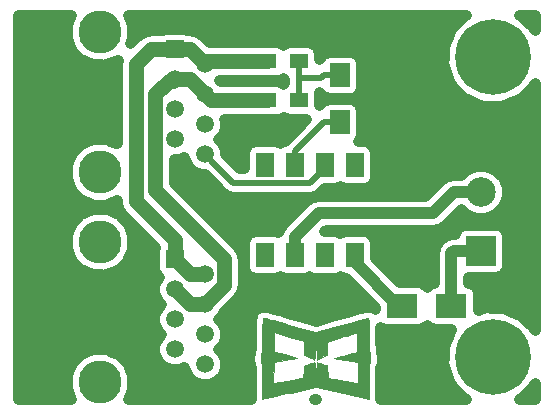
<source format=gtl>
G04 #@! TF.FileFunction,Copper,L1,Top,Signal*
%FSLAX46Y46*%
G04 Gerber Fmt 4.6, Leading zero omitted, Abs format (unit mm)*
G04 Created by KiCad (PCBNEW 4.0.4-stable) date Tue Nov 29 15:22:39 2016*
%MOMM*%
%LPD*%
G01*
G04 APERTURE LIST*
%ADD10C,0.100000*%
%ADD11C,0.010000*%
%ADD12C,3.649980*%
%ADD13R,1.501140X1.501140*%
%ADD14C,1.501140*%
%ADD15R,2.651760X2.029460*%
%ADD16R,1.500000X1.300000*%
%ADD17R,1.700000X2.000000*%
%ADD18R,1.524000X2.032000*%
%ADD19C,2.500000*%
%ADD20R,2.500000X2.500000*%
%ADD21C,6.400000*%
%ADD22C,0.508000*%
%ADD23C,1.000000*%
%ADD24C,1.270000*%
%ADD25C,0.889000*%
G04 APERTURE END LIST*
D10*
D11*
G36*
X136026123Y-109724014D02*
X136112465Y-109744488D01*
X136244361Y-109778705D01*
X136414118Y-109824612D01*
X136614043Y-109880152D01*
X136836445Y-109943272D01*
X136903373Y-109962506D01*
X137143885Y-110031818D01*
X137431780Y-110114782D01*
X137753424Y-110207470D01*
X138095182Y-110305951D01*
X138443419Y-110406298D01*
X138784502Y-110504581D01*
X139092637Y-110593368D01*
X140386450Y-110966168D01*
X140386450Y-112120084D01*
X140385819Y-112383575D01*
X140384024Y-112625824D01*
X140381209Y-112839794D01*
X140377521Y-113018450D01*
X140373105Y-113154756D01*
X140368106Y-113241675D01*
X140362670Y-113272172D01*
X140362637Y-113272171D01*
X140326538Y-113259187D01*
X140243636Y-113224768D01*
X140124987Y-113173637D01*
X139981652Y-113110514D01*
X139926075Y-113085737D01*
X139513325Y-112901131D01*
X139481575Y-111734415D01*
X138227450Y-111345593D01*
X137957233Y-111261984D01*
X137705862Y-111184527D01*
X137479807Y-111115192D01*
X137285538Y-111055950D01*
X137129528Y-111008771D01*
X137018245Y-110975624D01*
X136958162Y-110958481D01*
X136949512Y-110956511D01*
X136943156Y-110986806D01*
X136937440Y-111072312D01*
X136932600Y-111204739D01*
X136928872Y-111375799D01*
X136926494Y-111577204D01*
X136925700Y-111790539D01*
X136925700Y-112624828D01*
X137409887Y-112744251D01*
X137776237Y-112835377D01*
X138092864Y-112915740D01*
X138357875Y-112984821D01*
X138569376Y-113042100D01*
X138725471Y-113087060D01*
X138824267Y-113119183D01*
X138863869Y-113137948D01*
X138862122Y-113141817D01*
X138820648Y-113150214D01*
X138724503Y-113166900D01*
X138581786Y-113190556D01*
X138400595Y-113219864D01*
X138189030Y-113253505D01*
X137955188Y-113290160D01*
X137863880Y-113304341D01*
X136909825Y-113452136D01*
X136892973Y-115275704D01*
X136964899Y-115259971D01*
X137012148Y-115250925D01*
X137111781Y-115232762D01*
X137255523Y-115206939D01*
X137435099Y-115174913D01*
X137642234Y-115138140D01*
X137868655Y-115098078D01*
X138106085Y-115056183D01*
X138346251Y-115013911D01*
X138580877Y-114972719D01*
X138801689Y-114934064D01*
X139000413Y-114899402D01*
X139168774Y-114870190D01*
X139298496Y-114847885D01*
X139381306Y-114833943D01*
X139408830Y-114829750D01*
X139415605Y-114799777D01*
X139423932Y-114716882D01*
X139433014Y-114591597D01*
X139442055Y-114434459D01*
X139447817Y-114313812D01*
X139456710Y-114139005D01*
X139466721Y-113986990D01*
X139476937Y-113868864D01*
X139486444Y-113795727D01*
X139491922Y-113777457D01*
X139528961Y-113760943D01*
X139614508Y-113730690D01*
X139736155Y-113690881D01*
X139881492Y-113645698D01*
X139894325Y-113641809D01*
X140044972Y-113596208D01*
X140176985Y-113556176D01*
X140276529Y-113525914D01*
X140329766Y-113509623D01*
X140330887Y-113509274D01*
X140345958Y-113507847D01*
X140358036Y-113518077D01*
X140367449Y-113546149D01*
X140374528Y-113598250D01*
X140379601Y-113680565D01*
X140382998Y-113799280D01*
X140385049Y-113960580D01*
X140386083Y-114170651D01*
X140386430Y-114435679D01*
X140386450Y-114552434D01*
X140386449Y-115612898D01*
X138346512Y-116065613D01*
X137990967Y-116144538D01*
X137649560Y-116220365D01*
X137328037Y-116291815D01*
X137032140Y-116357610D01*
X136767613Y-116416472D01*
X136540201Y-116467121D01*
X136355647Y-116508281D01*
X136219694Y-116538673D01*
X136138088Y-116557018D01*
X136124012Y-116560223D01*
X135941450Y-116602118D01*
X135941450Y-115098948D01*
X135941386Y-114751295D01*
X135941046Y-114461742D01*
X135940204Y-114224893D01*
X135938635Y-114035347D01*
X135936115Y-113887705D01*
X135932417Y-113776570D01*
X135927318Y-113696543D01*
X135920591Y-113642223D01*
X135912013Y-113608214D01*
X135901357Y-113589116D01*
X135888399Y-113579530D01*
X135877950Y-113575625D01*
X135851120Y-113562642D01*
X135833115Y-113536519D01*
X135822194Y-113486191D01*
X135816614Y-113400593D01*
X135814635Y-113268660D01*
X135814449Y-113172173D01*
X135816036Y-113001672D01*
X135821591Y-112884266D01*
X135832306Y-112809611D01*
X135849371Y-112767360D01*
X135862650Y-112753625D01*
X135874215Y-112737727D01*
X135884299Y-112704707D01*
X135893181Y-112649375D01*
X135901139Y-112566542D01*
X135908451Y-112451018D01*
X135915394Y-112297615D01*
X135922248Y-112101142D01*
X135929291Y-111856411D01*
X135936799Y-111558231D01*
X135944491Y-111226304D01*
X135951592Y-110924703D01*
X135958806Y-110642888D01*
X135965932Y-110387140D01*
X135972767Y-110163741D01*
X135979110Y-109978973D01*
X135984758Y-109839116D01*
X135989508Y-109750453D01*
X135993026Y-109719339D01*
X136026123Y-109724014D01*
X136026123Y-109724014D01*
G37*
X136026123Y-109724014D02*
X136112465Y-109744488D01*
X136244361Y-109778705D01*
X136414118Y-109824612D01*
X136614043Y-109880152D01*
X136836445Y-109943272D01*
X136903373Y-109962506D01*
X137143885Y-110031818D01*
X137431780Y-110114782D01*
X137753424Y-110207470D01*
X138095182Y-110305951D01*
X138443419Y-110406298D01*
X138784502Y-110504581D01*
X139092637Y-110593368D01*
X140386450Y-110966168D01*
X140386450Y-112120084D01*
X140385819Y-112383575D01*
X140384024Y-112625824D01*
X140381209Y-112839794D01*
X140377521Y-113018450D01*
X140373105Y-113154756D01*
X140368106Y-113241675D01*
X140362670Y-113272172D01*
X140362637Y-113272171D01*
X140326538Y-113259187D01*
X140243636Y-113224768D01*
X140124987Y-113173637D01*
X139981652Y-113110514D01*
X139926075Y-113085737D01*
X139513325Y-112901131D01*
X139481575Y-111734415D01*
X138227450Y-111345593D01*
X137957233Y-111261984D01*
X137705862Y-111184527D01*
X137479807Y-111115192D01*
X137285538Y-111055950D01*
X137129528Y-111008771D01*
X137018245Y-110975624D01*
X136958162Y-110958481D01*
X136949512Y-110956511D01*
X136943156Y-110986806D01*
X136937440Y-111072312D01*
X136932600Y-111204739D01*
X136928872Y-111375799D01*
X136926494Y-111577204D01*
X136925700Y-111790539D01*
X136925700Y-112624828D01*
X137409887Y-112744251D01*
X137776237Y-112835377D01*
X138092864Y-112915740D01*
X138357875Y-112984821D01*
X138569376Y-113042100D01*
X138725471Y-113087060D01*
X138824267Y-113119183D01*
X138863869Y-113137948D01*
X138862122Y-113141817D01*
X138820648Y-113150214D01*
X138724503Y-113166900D01*
X138581786Y-113190556D01*
X138400595Y-113219864D01*
X138189030Y-113253505D01*
X137955188Y-113290160D01*
X137863880Y-113304341D01*
X136909825Y-113452136D01*
X136892973Y-115275704D01*
X136964899Y-115259971D01*
X137012148Y-115250925D01*
X137111781Y-115232762D01*
X137255523Y-115206939D01*
X137435099Y-115174913D01*
X137642234Y-115138140D01*
X137868655Y-115098078D01*
X138106085Y-115056183D01*
X138346251Y-115013911D01*
X138580877Y-114972719D01*
X138801689Y-114934064D01*
X139000413Y-114899402D01*
X139168774Y-114870190D01*
X139298496Y-114847885D01*
X139381306Y-114833943D01*
X139408830Y-114829750D01*
X139415605Y-114799777D01*
X139423932Y-114716882D01*
X139433014Y-114591597D01*
X139442055Y-114434459D01*
X139447817Y-114313812D01*
X139456710Y-114139005D01*
X139466721Y-113986990D01*
X139476937Y-113868864D01*
X139486444Y-113795727D01*
X139491922Y-113777457D01*
X139528961Y-113760943D01*
X139614508Y-113730690D01*
X139736155Y-113690881D01*
X139881492Y-113645698D01*
X139894325Y-113641809D01*
X140044972Y-113596208D01*
X140176985Y-113556176D01*
X140276529Y-113525914D01*
X140329766Y-113509623D01*
X140330887Y-113509274D01*
X140345958Y-113507847D01*
X140358036Y-113518077D01*
X140367449Y-113546149D01*
X140374528Y-113598250D01*
X140379601Y-113680565D01*
X140382998Y-113799280D01*
X140385049Y-113960580D01*
X140386083Y-114170651D01*
X140386430Y-114435679D01*
X140386450Y-114552434D01*
X140386449Y-115612898D01*
X138346512Y-116065613D01*
X137990967Y-116144538D01*
X137649560Y-116220365D01*
X137328037Y-116291815D01*
X137032140Y-116357610D01*
X136767613Y-116416472D01*
X136540201Y-116467121D01*
X136355647Y-116508281D01*
X136219694Y-116538673D01*
X136138088Y-116557018D01*
X136124012Y-116560223D01*
X135941450Y-116602118D01*
X135941450Y-115098948D01*
X135941386Y-114751295D01*
X135941046Y-114461742D01*
X135940204Y-114224893D01*
X135938635Y-114035347D01*
X135936115Y-113887705D01*
X135932417Y-113776570D01*
X135927318Y-113696543D01*
X135920591Y-113642223D01*
X135912013Y-113608214D01*
X135901357Y-113589116D01*
X135888399Y-113579530D01*
X135877950Y-113575625D01*
X135851120Y-113562642D01*
X135833115Y-113536519D01*
X135822194Y-113486191D01*
X135816614Y-113400593D01*
X135814635Y-113268660D01*
X135814449Y-113172173D01*
X135816036Y-113001672D01*
X135821591Y-112884266D01*
X135832306Y-112809611D01*
X135849371Y-112767360D01*
X135862650Y-112753625D01*
X135874215Y-112737727D01*
X135884299Y-112704707D01*
X135893181Y-112649375D01*
X135901139Y-112566542D01*
X135908451Y-112451018D01*
X135915394Y-112297615D01*
X135922248Y-112101142D01*
X135929291Y-111856411D01*
X135936799Y-111558231D01*
X135944491Y-111226304D01*
X135951592Y-110924703D01*
X135958806Y-110642888D01*
X135965932Y-110387140D01*
X135972767Y-110163741D01*
X135979110Y-109978973D01*
X135984758Y-109839116D01*
X135989508Y-109750453D01*
X135993026Y-109719339D01*
X136026123Y-109724014D01*
G36*
X144931229Y-109729596D02*
X144934930Y-109763394D01*
X144939697Y-109854397D01*
X144945329Y-109996321D01*
X144951627Y-110182884D01*
X144958390Y-110407801D01*
X144965418Y-110664790D01*
X144972512Y-110947569D01*
X144979169Y-111236104D01*
X144987192Y-111588422D01*
X144994502Y-111882467D01*
X145001378Y-112123456D01*
X145008098Y-112316610D01*
X145014942Y-112467146D01*
X145022188Y-112580283D01*
X145030117Y-112661240D01*
X145039007Y-112715236D01*
X145049137Y-112747489D01*
X145060786Y-112763218D01*
X145060850Y-112763265D01*
X145082313Y-112791179D01*
X145096680Y-112844721D01*
X145105167Y-112934349D01*
X145108989Y-113070518D01*
X145109550Y-113182173D01*
X145108801Y-113344392D01*
X145105402Y-113454175D01*
X145097620Y-113522579D01*
X145083722Y-113560662D01*
X145061975Y-113579481D01*
X145046356Y-113585527D01*
X145031710Y-113591817D01*
X145019480Y-113604172D01*
X145009412Y-113627998D01*
X145001251Y-113668702D01*
X144994743Y-113731689D01*
X144989634Y-113822365D01*
X144985670Y-113946136D01*
X144982596Y-114108407D01*
X144980157Y-114314586D01*
X144978101Y-114570077D01*
X144976171Y-114880287D01*
X144974919Y-115104096D01*
X144966675Y-116602607D01*
X142752112Y-116113214D01*
X140537549Y-115623822D01*
X140537550Y-114562896D01*
X140537721Y-114275226D01*
X140538453Y-114044871D01*
X140540077Y-113865647D01*
X140542921Y-113731367D01*
X140547314Y-113635848D01*
X140553587Y-113572904D01*
X140562067Y-113536351D01*
X140573084Y-113520004D01*
X140586968Y-113517679D01*
X140593112Y-113519200D01*
X140643874Y-113534662D01*
X140741607Y-113564209D01*
X140872465Y-113603660D01*
X141022601Y-113648836D01*
X141029675Y-113650963D01*
X141176473Y-113696212D01*
X141300600Y-113736580D01*
X141389636Y-113767880D01*
X141431159Y-113785920D01*
X141432077Y-113786685D01*
X141440611Y-113824059D01*
X141450459Y-113913774D01*
X141460709Y-114044711D01*
X141470448Y-114205750D01*
X141476182Y-114323812D01*
X141485040Y-114496705D01*
X141495020Y-114644961D01*
X141505219Y-114758044D01*
X141514734Y-114825418D01*
X141520393Y-114839750D01*
X141555710Y-114845079D01*
X141645234Y-114860092D01*
X141780655Y-114883324D01*
X141953668Y-114913310D01*
X142155962Y-114948587D01*
X142379232Y-114987690D01*
X142615169Y-115029155D01*
X142855465Y-115071518D01*
X143091813Y-115113315D01*
X143315904Y-115153081D01*
X143519431Y-115189353D01*
X143694086Y-115220665D01*
X143831562Y-115245554D01*
X143923550Y-115262556D01*
X143959100Y-115269560D01*
X144031026Y-115285704D01*
X144022600Y-114372695D01*
X144014175Y-113459686D01*
X143058260Y-113312496D01*
X142818061Y-113275271D01*
X142597235Y-113240591D01*
X142403846Y-113209759D01*
X142245964Y-113184076D01*
X142131654Y-113164848D01*
X142068984Y-113153375D01*
X142060381Y-113151318D01*
X142079272Y-113140468D01*
X142151901Y-113116402D01*
X142270388Y-113081241D01*
X142426851Y-113037108D01*
X142613409Y-112986124D01*
X142822180Y-112930410D01*
X143045283Y-112872088D01*
X143274837Y-112813281D01*
X143502961Y-112756108D01*
X143721774Y-112702693D01*
X143768112Y-112691601D01*
X143998300Y-112636723D01*
X143998300Y-111801486D01*
X143997434Y-111578686D01*
X143994994Y-111378299D01*
X143991217Y-111208609D01*
X143986338Y-111077902D01*
X143980594Y-110994459D01*
X143974487Y-110966511D01*
X143939982Y-110975677D01*
X143851317Y-111001748D01*
X143714964Y-111042753D01*
X143537393Y-111096721D01*
X143325076Y-111161684D01*
X143084482Y-111235670D01*
X142822083Y-111316709D01*
X142696550Y-111355593D01*
X141442425Y-111744415D01*
X141410675Y-112911131D01*
X140997925Y-113095737D01*
X140848402Y-113162022D01*
X140719582Y-113218020D01*
X140622522Y-113259006D01*
X140568281Y-113280260D01*
X140561362Y-113282171D01*
X140555923Y-113252025D01*
X140550921Y-113165415D01*
X140546501Y-113029378D01*
X140542809Y-112850950D01*
X140539989Y-112637166D01*
X140538187Y-112395064D01*
X140537550Y-112131678D01*
X140537550Y-110976221D01*
X142053612Y-110539791D01*
X142381209Y-110445474D01*
X142714048Y-110349626D01*
X143042350Y-110255065D01*
X143356335Y-110164609D01*
X143646221Y-110081076D01*
X143902229Y-110007283D01*
X144114579Y-109946048D01*
X144242973Y-109909000D01*
X144439211Y-109853186D01*
X144614278Y-109804986D01*
X144759245Y-109766727D01*
X144865183Y-109740736D01*
X144923164Y-109729342D01*
X144931229Y-109729596D01*
X144931229Y-109729596D01*
G37*
X144931229Y-109729596D02*
X144934930Y-109763394D01*
X144939697Y-109854397D01*
X144945329Y-109996321D01*
X144951627Y-110182884D01*
X144958390Y-110407801D01*
X144965418Y-110664790D01*
X144972512Y-110947569D01*
X144979169Y-111236104D01*
X144987192Y-111588422D01*
X144994502Y-111882467D01*
X145001378Y-112123456D01*
X145008098Y-112316610D01*
X145014942Y-112467146D01*
X145022188Y-112580283D01*
X145030117Y-112661240D01*
X145039007Y-112715236D01*
X145049137Y-112747489D01*
X145060786Y-112763218D01*
X145060850Y-112763265D01*
X145082313Y-112791179D01*
X145096680Y-112844721D01*
X145105167Y-112934349D01*
X145108989Y-113070518D01*
X145109550Y-113182173D01*
X145108801Y-113344392D01*
X145105402Y-113454175D01*
X145097620Y-113522579D01*
X145083722Y-113560662D01*
X145061975Y-113579481D01*
X145046356Y-113585527D01*
X145031710Y-113591817D01*
X145019480Y-113604172D01*
X145009412Y-113627998D01*
X145001251Y-113668702D01*
X144994743Y-113731689D01*
X144989634Y-113822365D01*
X144985670Y-113946136D01*
X144982596Y-114108407D01*
X144980157Y-114314586D01*
X144978101Y-114570077D01*
X144976171Y-114880287D01*
X144974919Y-115104096D01*
X144966675Y-116602607D01*
X142752112Y-116113214D01*
X140537549Y-115623822D01*
X140537550Y-114562896D01*
X140537721Y-114275226D01*
X140538453Y-114044871D01*
X140540077Y-113865647D01*
X140542921Y-113731367D01*
X140547314Y-113635848D01*
X140553587Y-113572904D01*
X140562067Y-113536351D01*
X140573084Y-113520004D01*
X140586968Y-113517679D01*
X140593112Y-113519200D01*
X140643874Y-113534662D01*
X140741607Y-113564209D01*
X140872465Y-113603660D01*
X141022601Y-113648836D01*
X141029675Y-113650963D01*
X141176473Y-113696212D01*
X141300600Y-113736580D01*
X141389636Y-113767880D01*
X141431159Y-113785920D01*
X141432077Y-113786685D01*
X141440611Y-113824059D01*
X141450459Y-113913774D01*
X141460709Y-114044711D01*
X141470448Y-114205750D01*
X141476182Y-114323812D01*
X141485040Y-114496705D01*
X141495020Y-114644961D01*
X141505219Y-114758044D01*
X141514734Y-114825418D01*
X141520393Y-114839750D01*
X141555710Y-114845079D01*
X141645234Y-114860092D01*
X141780655Y-114883324D01*
X141953668Y-114913310D01*
X142155962Y-114948587D01*
X142379232Y-114987690D01*
X142615169Y-115029155D01*
X142855465Y-115071518D01*
X143091813Y-115113315D01*
X143315904Y-115153081D01*
X143519431Y-115189353D01*
X143694086Y-115220665D01*
X143831562Y-115245554D01*
X143923550Y-115262556D01*
X143959100Y-115269560D01*
X144031026Y-115285704D01*
X144022600Y-114372695D01*
X144014175Y-113459686D01*
X143058260Y-113312496D01*
X142818061Y-113275271D01*
X142597235Y-113240591D01*
X142403846Y-113209759D01*
X142245964Y-113184076D01*
X142131654Y-113164848D01*
X142068984Y-113153375D01*
X142060381Y-113151318D01*
X142079272Y-113140468D01*
X142151901Y-113116402D01*
X142270388Y-113081241D01*
X142426851Y-113037108D01*
X142613409Y-112986124D01*
X142822180Y-112930410D01*
X143045283Y-112872088D01*
X143274837Y-112813281D01*
X143502961Y-112756108D01*
X143721774Y-112702693D01*
X143768112Y-112691601D01*
X143998300Y-112636723D01*
X143998300Y-111801486D01*
X143997434Y-111578686D01*
X143994994Y-111378299D01*
X143991217Y-111208609D01*
X143986338Y-111077902D01*
X143980594Y-110994459D01*
X143974487Y-110966511D01*
X143939982Y-110975677D01*
X143851317Y-111001748D01*
X143714964Y-111042753D01*
X143537393Y-111096721D01*
X143325076Y-111161684D01*
X143084482Y-111235670D01*
X142822083Y-111316709D01*
X142696550Y-111355593D01*
X141442425Y-111744415D01*
X141410675Y-112911131D01*
X140997925Y-113095737D01*
X140848402Y-113162022D01*
X140719582Y-113218020D01*
X140622522Y-113259006D01*
X140568281Y-113280260D01*
X140561362Y-113282171D01*
X140555923Y-113252025D01*
X140550921Y-113165415D01*
X140546501Y-113029378D01*
X140542809Y-112850950D01*
X140539989Y-112637166D01*
X140538187Y-112395064D01*
X140537550Y-112131678D01*
X140537550Y-110976221D01*
X142053612Y-110539791D01*
X142381209Y-110445474D01*
X142714048Y-110349626D01*
X143042350Y-110255065D01*
X143356335Y-110164609D01*
X143646221Y-110081076D01*
X143902229Y-110007283D01*
X144114579Y-109946048D01*
X144242973Y-109909000D01*
X144439211Y-109853186D01*
X144614278Y-109804986D01*
X144759245Y-109766727D01*
X144865183Y-109740736D01*
X144923164Y-109729342D01*
X144931229Y-109729596D01*
D12*
X122174000Y-97378520D03*
X122174000Y-85509100D03*
D13*
X128524000Y-86995000D03*
D14*
X131064000Y-88265000D03*
X128524000Y-89535000D03*
X131064000Y-90805000D03*
X128524000Y-92075000D03*
X131064000Y-93345000D03*
X128524000Y-94615000D03*
X131064000Y-95885000D03*
D15*
X147774660Y-108712000D03*
X151945340Y-108712000D03*
D12*
X122174000Y-115158520D03*
X122174000Y-103289100D03*
D13*
X128524000Y-104775000D03*
D14*
X131064000Y-106045000D03*
X128524000Y-107315000D03*
X131064000Y-108585000D03*
X128524000Y-109855000D03*
X131064000Y-111125000D03*
X128524000Y-112395000D03*
X131064000Y-113665000D03*
D16*
X136318000Y-88011000D03*
X139018000Y-88011000D03*
X136365000Y-91313000D03*
X139065000Y-91313000D03*
D17*
X142494000Y-93186000D03*
X142494000Y-89186000D03*
D18*
X143764000Y-96774000D03*
X141224000Y-96774000D03*
X138684000Y-96774000D03*
X136144000Y-96774000D03*
X136144000Y-104394000D03*
X138684000Y-104394000D03*
X141224000Y-104394000D03*
X143764000Y-104394000D03*
D19*
X154432000Y-99060000D03*
D20*
X154432000Y-104060000D03*
D21*
X155448000Y-87630000D03*
X155448000Y-113030000D03*
D22*
X143764000Y-104394000D02*
X143764000Y-105012490D01*
D23*
X143764000Y-105012490D02*
X147463510Y-108712000D01*
D22*
X147463510Y-108712000D02*
X147774660Y-108712000D01*
X143764000Y-104394000D02*
X143764000Y-104447340D01*
D23*
X152146000Y-104060000D02*
X154432000Y-104060000D01*
X151945340Y-108712000D02*
X151945340Y-104260660D01*
X151945340Y-104260660D02*
X152146000Y-104060000D01*
D22*
X139018000Y-88138000D02*
X139018000Y-89408000D01*
X139018000Y-89408000D02*
X139018000Y-90932000D01*
X142494000Y-89186000D02*
X141136000Y-89186000D01*
X141136000Y-89186000D02*
X140914000Y-89408000D01*
X140914000Y-89408000D02*
X139018000Y-89408000D01*
D23*
X138684000Y-104140000D02*
X138684000Y-102870000D01*
X138684000Y-102870000D02*
X140716000Y-100838000D01*
X140716000Y-100838000D02*
X150368000Y-100838000D01*
X150368000Y-100838000D02*
X152146000Y-99060000D01*
X152146000Y-99060000D02*
X154432000Y-99060000D01*
D22*
X138684000Y-104394000D02*
X138684000Y-104140000D01*
X142494000Y-93186000D02*
X141136000Y-93186000D01*
X138684000Y-95638000D02*
X138684000Y-96774000D01*
X141136000Y-93186000D02*
X138684000Y-95638000D01*
X142494000Y-93186000D02*
X142494000Y-93336000D01*
D24*
X128524000Y-104775000D02*
X128524000Y-103124000D01*
X128524000Y-103124000D02*
X125222000Y-99822000D01*
X125222000Y-99822000D02*
X125222000Y-88276430D01*
X125222000Y-88276430D02*
X126503430Y-86995000D01*
X126503430Y-86995000D02*
X128524000Y-86995000D01*
X128524000Y-86995000D02*
X129794000Y-86995000D01*
X129794000Y-86995000D02*
X131064000Y-88265000D01*
X131064000Y-106045000D02*
X129794000Y-106045000D01*
X129794000Y-106045000D02*
X128524000Y-104775000D01*
X136318000Y-88011000D02*
X131318000Y-88011000D01*
X131318000Y-88011000D02*
X131064000Y-88265000D01*
D22*
X136191000Y-88265000D02*
X136318000Y-88138000D01*
D24*
X131064000Y-108585000D02*
X132703571Y-106945429D01*
X132703571Y-106945429D02*
X132703571Y-104767295D01*
X127508000Y-99568000D02*
X126884429Y-98944429D01*
X132703571Y-104767295D02*
X127508000Y-99571724D01*
X126884429Y-98944429D02*
X126884429Y-90793571D01*
X127508000Y-99571724D02*
X127508000Y-99568000D01*
X126884429Y-90793571D02*
X128016000Y-89662000D01*
X128016000Y-89662000D02*
X128397000Y-89662000D01*
X128397000Y-89662000D02*
X128524000Y-89535000D01*
X128524000Y-89535000D02*
X129794000Y-89535000D01*
X129794000Y-89535000D02*
X131064000Y-90805000D01*
X131064000Y-108585000D02*
X129794000Y-108585000D01*
X129794000Y-108585000D02*
X128524000Y-107315000D01*
X136365000Y-91313000D02*
X131572000Y-91313000D01*
X131572000Y-91313000D02*
X131064000Y-90805000D01*
D22*
X141224000Y-96774000D02*
X141224000Y-97028000D01*
X141224000Y-97028000D02*
X139953999Y-98298001D01*
X139953999Y-98298001D02*
X133477001Y-98298001D01*
X133477001Y-98298001D02*
X131814569Y-96635569D01*
X131814569Y-96635569D02*
X131064000Y-95885000D01*
D25*
G36*
X140515269Y-116599500D02*
X140360287Y-116599500D01*
X140437614Y-116582339D01*
X140515269Y-116599500D01*
X140515269Y-116599500D01*
G37*
X140515269Y-116599500D02*
X140360287Y-116599500D01*
X140437614Y-116582339D01*
X140515269Y-116599500D01*
G36*
X159017500Y-116599500D02*
X157724355Y-116599500D01*
X157791258Y-116554797D01*
X157797129Y-116552371D01*
X157801664Y-116547843D01*
X157884944Y-116492198D01*
X157922735Y-116426984D01*
X158848823Y-115502510D01*
X158910198Y-115466944D01*
X158930606Y-115420869D01*
X158966265Y-115385273D01*
X159017500Y-115261885D01*
X159017500Y-116599500D01*
X159017500Y-116599500D01*
G37*
X159017500Y-116599500D02*
X157724355Y-116599500D01*
X157791258Y-116554797D01*
X157797129Y-116552371D01*
X157801664Y-116547843D01*
X157884944Y-116492198D01*
X157922735Y-116426984D01*
X158848823Y-115502510D01*
X158910198Y-115466944D01*
X158930606Y-115420869D01*
X158966265Y-115385273D01*
X159017500Y-115261885D01*
X159017500Y-116599500D01*
G36*
X149923325Y-110403892D02*
X150241624Y-110621376D01*
X150619460Y-110697890D01*
X151920117Y-110697890D01*
X151631629Y-111392647D01*
X151316768Y-112103484D01*
X151315545Y-112153860D01*
X151296223Y-112200393D01*
X151295544Y-112977753D01*
X151276677Y-113754965D01*
X151294825Y-113801974D01*
X151294781Y-113852359D01*
X151591640Y-114570814D01*
X151871632Y-115296076D01*
X151923203Y-115373258D01*
X151925629Y-115379129D01*
X151930157Y-115383664D01*
X151985802Y-115466944D01*
X152051016Y-115504735D01*
X152975490Y-116430823D01*
X153011056Y-116492198D01*
X153057131Y-116512606D01*
X153092727Y-116548265D01*
X153216115Y-116599500D01*
X145924207Y-116599500D01*
X145932405Y-115109363D01*
X145932405Y-115109360D01*
X145933656Y-114885643D01*
X145933656Y-114885642D01*
X145935575Y-114577166D01*
X145937611Y-114324098D01*
X145939989Y-114123105D01*
X145942725Y-113978679D01*
X145954375Y-113936321D01*
X145983197Y-113888916D01*
X145997095Y-113850833D01*
X146014438Y-113738794D01*
X146048983Y-113630811D01*
X146056765Y-113562407D01*
X146053456Y-113522662D01*
X146062443Y-113483806D01*
X146065842Y-113374023D01*
X146063731Y-113361378D01*
X146066291Y-113348813D01*
X146067040Y-113186594D01*
X146066144Y-113181978D01*
X146067038Y-113177362D01*
X146066477Y-113065707D01*
X146064233Y-113054714D01*
X146066112Y-113043654D01*
X146062290Y-112907484D01*
X146055128Y-112876105D01*
X146058403Y-112844086D01*
X146049916Y-112754458D01*
X146026774Y-112677123D01*
X146021466Y-112596572D01*
X146007099Y-112543030D01*
X146006962Y-112542753D01*
X146006942Y-112542446D01*
X145975101Y-112478040D01*
X145971052Y-112414815D01*
X145964841Y-112278211D01*
X145958401Y-112093087D01*
X145951664Y-111856973D01*
X145944426Y-111565835D01*
X145936421Y-111214305D01*
X145936389Y-111214162D01*
X145936414Y-111214019D01*
X145929757Y-110925484D01*
X145929543Y-110924526D01*
X145929711Y-110923556D01*
X145922617Y-110640777D01*
X145922375Y-110639700D01*
X145922560Y-110638614D01*
X145919254Y-110517731D01*
X146070944Y-110621376D01*
X146448780Y-110697890D01*
X149100540Y-110697890D01*
X149453515Y-110631473D01*
X149777702Y-110422865D01*
X149858985Y-110303904D01*
X149923325Y-110403892D01*
X149923325Y-110403892D01*
G37*
X149923325Y-110403892D02*
X150241624Y-110621376D01*
X150619460Y-110697890D01*
X151920117Y-110697890D01*
X151631629Y-111392647D01*
X151316768Y-112103484D01*
X151315545Y-112153860D01*
X151296223Y-112200393D01*
X151295544Y-112977753D01*
X151276677Y-113754965D01*
X151294825Y-113801974D01*
X151294781Y-113852359D01*
X151591640Y-114570814D01*
X151871632Y-115296076D01*
X151923203Y-115373258D01*
X151925629Y-115379129D01*
X151930157Y-115383664D01*
X151985802Y-115466944D01*
X152051016Y-115504735D01*
X152975490Y-116430823D01*
X153011056Y-116492198D01*
X153057131Y-116512606D01*
X153092727Y-116548265D01*
X153216115Y-116599500D01*
X145924207Y-116599500D01*
X145932405Y-115109363D01*
X145932405Y-115109360D01*
X145933656Y-114885643D01*
X145933656Y-114885642D01*
X145935575Y-114577166D01*
X145937611Y-114324098D01*
X145939989Y-114123105D01*
X145942725Y-113978679D01*
X145954375Y-113936321D01*
X145983197Y-113888916D01*
X145997095Y-113850833D01*
X146014438Y-113738794D01*
X146048983Y-113630811D01*
X146056765Y-113562407D01*
X146053456Y-113522662D01*
X146062443Y-113483806D01*
X146065842Y-113374023D01*
X146063731Y-113361378D01*
X146066291Y-113348813D01*
X146067040Y-113186594D01*
X146066144Y-113181978D01*
X146067038Y-113177362D01*
X146066477Y-113065707D01*
X146064233Y-113054714D01*
X146066112Y-113043654D01*
X146062290Y-112907484D01*
X146055128Y-112876105D01*
X146058403Y-112844086D01*
X146049916Y-112754458D01*
X146026774Y-112677123D01*
X146021466Y-112596572D01*
X146007099Y-112543030D01*
X146006962Y-112542753D01*
X146006942Y-112542446D01*
X145975101Y-112478040D01*
X145971052Y-112414815D01*
X145964841Y-112278211D01*
X145958401Y-112093087D01*
X145951664Y-111856973D01*
X145944426Y-111565835D01*
X145936421Y-111214305D01*
X145936389Y-111214162D01*
X145936414Y-111214019D01*
X145929757Y-110925484D01*
X145929543Y-110924526D01*
X145929711Y-110923556D01*
X145922617Y-110640777D01*
X145922375Y-110639700D01*
X145922560Y-110638614D01*
X145919254Y-110517731D01*
X146070944Y-110621376D01*
X146448780Y-110697890D01*
X149100540Y-110697890D01*
X149453515Y-110631473D01*
X149777702Y-110422865D01*
X149858985Y-110303904D01*
X149923325Y-110403892D01*
G36*
X119617378Y-84423454D02*
X119406210Y-84909916D01*
X119405822Y-84932936D01*
X119396993Y-84954199D01*
X119396530Y-85484495D01*
X119387598Y-86014714D01*
X119396049Y-86036130D01*
X119396029Y-86059153D01*
X119598528Y-86549237D01*
X119793190Y-87042536D01*
X119817206Y-87078479D01*
X119817986Y-87080366D01*
X119819441Y-87081823D01*
X119846193Y-87121861D01*
X119867882Y-87130349D01*
X120553521Y-87817186D01*
X120561239Y-87836907D01*
X120582360Y-87846075D01*
X120598624Y-87862368D01*
X121088354Y-88065722D01*
X121574816Y-88276890D01*
X121597836Y-88277278D01*
X121619099Y-88286107D01*
X122149395Y-88286570D01*
X122679614Y-88295502D01*
X122701030Y-88287051D01*
X122724053Y-88287071D01*
X123214137Y-88084572D01*
X123707436Y-87889910D01*
X123711989Y-87886868D01*
X123634500Y-88276430D01*
X123634500Y-94977551D01*
X123259646Y-94821898D01*
X122773184Y-94610730D01*
X122750164Y-94610342D01*
X122728901Y-94601513D01*
X122198605Y-94601050D01*
X121668386Y-94592118D01*
X121646970Y-94600569D01*
X121623947Y-94600549D01*
X121133863Y-94803048D01*
X120640564Y-94997710D01*
X120604621Y-95021726D01*
X120602734Y-95022506D01*
X120601277Y-95023961D01*
X120561239Y-95050713D01*
X120552751Y-95072402D01*
X119865914Y-95758041D01*
X119846193Y-95765759D01*
X119837025Y-95786880D01*
X119820732Y-95803144D01*
X119617378Y-96292874D01*
X119406210Y-96779336D01*
X119405822Y-96802356D01*
X119396993Y-96823619D01*
X119396530Y-97353915D01*
X119387598Y-97884134D01*
X119396049Y-97905550D01*
X119396029Y-97928573D01*
X119598528Y-98418657D01*
X119793190Y-98911956D01*
X119817206Y-98947899D01*
X119817986Y-98949786D01*
X119819441Y-98951243D01*
X119846193Y-98991281D01*
X119867882Y-98999769D01*
X120553521Y-99686606D01*
X120561239Y-99706327D01*
X120582360Y-99715495D01*
X120598624Y-99731788D01*
X121088354Y-99935142D01*
X121574816Y-100146310D01*
X121597836Y-100146698D01*
X121619099Y-100155527D01*
X122149395Y-100155990D01*
X122679614Y-100164922D01*
X122701030Y-100156471D01*
X122724053Y-100156491D01*
X123214137Y-99953992D01*
X123634500Y-99788111D01*
X123634500Y-99822000D01*
X123755341Y-100429510D01*
X124099468Y-100944532D01*
X126865774Y-103710838D01*
X126802270Y-104024430D01*
X126802270Y-105525570D01*
X126868687Y-105878545D01*
X127077295Y-106202732D01*
X127166526Y-106263701D01*
X127081049Y-106349029D01*
X126821226Y-106974752D01*
X126820635Y-107652275D01*
X127079366Y-108278451D01*
X127385495Y-108585115D01*
X127081049Y-108889029D01*
X126821226Y-109514752D01*
X126820635Y-110192275D01*
X127079366Y-110818451D01*
X127385495Y-111125115D01*
X127081049Y-111429029D01*
X126821226Y-112054752D01*
X126820635Y-112732275D01*
X127079366Y-113358451D01*
X127558029Y-113837951D01*
X128183752Y-114097774D01*
X128861275Y-114098365D01*
X129360731Y-113891994D01*
X129360635Y-114002275D01*
X129619366Y-114628451D01*
X130098029Y-115107951D01*
X130723752Y-115367774D01*
X131401275Y-115368365D01*
X132027451Y-115109634D01*
X132506951Y-114630971D01*
X132766774Y-114005248D01*
X132767365Y-113327725D01*
X132508634Y-112701549D01*
X132202505Y-112394885D01*
X132506951Y-112090971D01*
X132766774Y-111465248D01*
X132767365Y-110787725D01*
X132508634Y-110161549D01*
X132202505Y-109854885D01*
X132506951Y-109550971D01*
X132623305Y-109270759D01*
X133826103Y-108067961D01*
X134170230Y-107552939D01*
X134291071Y-106945429D01*
X134291071Y-104767295D01*
X134170230Y-104159785D01*
X133826103Y-103644763D01*
X128638031Y-98456691D01*
X128630532Y-98445468D01*
X128471929Y-98286865D01*
X128471929Y-96318025D01*
X128861275Y-96318365D01*
X129360731Y-96111994D01*
X129360635Y-96222275D01*
X129619366Y-96848451D01*
X130098029Y-97327951D01*
X130723752Y-97587774D01*
X131060820Y-97588068D01*
X132623877Y-99151125D01*
X133015293Y-99412662D01*
X133477001Y-99504501D01*
X139953999Y-99504501D01*
X140415707Y-99412662D01*
X140807123Y-99151125D01*
X141197088Y-98761160D01*
X141986000Y-98761160D01*
X142338975Y-98694743D01*
X142493456Y-98595337D01*
X142624164Y-98684646D01*
X143002000Y-98761160D01*
X144526000Y-98761160D01*
X144878975Y-98694743D01*
X145203162Y-98486135D01*
X145420646Y-98167836D01*
X145497160Y-97790000D01*
X145497160Y-95758000D01*
X145430743Y-95405025D01*
X145222135Y-95080838D01*
X144903836Y-94863354D01*
X144526000Y-94786840D01*
X144086274Y-94786840D01*
X144238646Y-94563836D01*
X144315160Y-94186000D01*
X144315160Y-92186000D01*
X144248743Y-91833025D01*
X144040135Y-91508838D01*
X143721836Y-91291354D01*
X143344000Y-91214840D01*
X141644000Y-91214840D01*
X141291025Y-91281257D01*
X140966838Y-91489865D01*
X140786160Y-91754297D01*
X140786160Y-90663000D01*
X140777034Y-90614500D01*
X140787856Y-90614500D01*
X140947865Y-90863162D01*
X141266164Y-91080646D01*
X141644000Y-91157160D01*
X143344000Y-91157160D01*
X143696975Y-91090743D01*
X144021162Y-90882135D01*
X144238646Y-90563836D01*
X144315160Y-90186000D01*
X144315160Y-88186000D01*
X144248743Y-87833025D01*
X144040135Y-87508838D01*
X143721836Y-87291354D01*
X143344000Y-87214840D01*
X141644000Y-87214840D01*
X141291025Y-87281257D01*
X140966838Y-87489865D01*
X140749354Y-87808164D01*
X140739160Y-87858503D01*
X140739160Y-87361000D01*
X140672743Y-87008025D01*
X140464135Y-86683838D01*
X140145836Y-86466354D01*
X139768000Y-86389840D01*
X138268000Y-86389840D01*
X137915025Y-86456257D01*
X137665785Y-86616638D01*
X137445836Y-86466354D01*
X137068000Y-86389840D01*
X135568000Y-86389840D01*
X135389113Y-86423500D01*
X131467564Y-86423500D01*
X130916532Y-85872468D01*
X130401510Y-85528341D01*
X129794000Y-85407500D01*
X129736876Y-85407500D01*
X129652406Y-85349784D01*
X129274570Y-85273270D01*
X127773430Y-85273270D01*
X127420455Y-85339687D01*
X127315070Y-85407500D01*
X126503430Y-85407500D01*
X125895920Y-85528341D01*
X125380898Y-85872468D01*
X124785852Y-86467514D01*
X124941790Y-86108284D01*
X124942178Y-86085264D01*
X124951007Y-86064001D01*
X124951470Y-85533705D01*
X124960402Y-85003486D01*
X124951951Y-84982070D01*
X124951971Y-84959047D01*
X124749472Y-84468963D01*
X124588287Y-84060500D01*
X153171645Y-84060500D01*
X153104742Y-84105203D01*
X153098871Y-84107629D01*
X153094336Y-84112157D01*
X153011056Y-84167802D01*
X152973265Y-84233016D01*
X152047177Y-85157490D01*
X151985802Y-85193056D01*
X151965394Y-85239131D01*
X151929735Y-85274727D01*
X151631629Y-85992647D01*
X151316768Y-86703484D01*
X151315545Y-86753860D01*
X151296223Y-86800393D01*
X151295544Y-87577753D01*
X151276677Y-88354965D01*
X151294825Y-88401974D01*
X151294781Y-88452359D01*
X151591640Y-89170814D01*
X151871632Y-89896076D01*
X151923203Y-89973258D01*
X151925629Y-89979129D01*
X151930157Y-89983664D01*
X151985802Y-90066944D01*
X152051016Y-90104735D01*
X152975490Y-91030823D01*
X153011056Y-91092198D01*
X153057131Y-91112606D01*
X153092727Y-91148265D01*
X153810647Y-91446371D01*
X154521484Y-91761232D01*
X154571860Y-91762455D01*
X154618393Y-91781777D01*
X155395753Y-91782456D01*
X156172965Y-91801323D01*
X156219974Y-91783175D01*
X156270359Y-91783219D01*
X156988814Y-91486360D01*
X157714076Y-91206368D01*
X157791258Y-91154797D01*
X157797129Y-91152371D01*
X157801664Y-91147843D01*
X157884944Y-91092198D01*
X157922735Y-91026984D01*
X158848823Y-90102510D01*
X158910198Y-90066944D01*
X158930606Y-90020869D01*
X158966265Y-89985273D01*
X159017500Y-89861885D01*
X159017500Y-110753645D01*
X158972797Y-110686742D01*
X158970371Y-110680871D01*
X158965843Y-110676336D01*
X158910198Y-110593056D01*
X158844984Y-110555265D01*
X157920510Y-109629177D01*
X157884944Y-109567802D01*
X157838869Y-109547394D01*
X157803273Y-109511735D01*
X157085353Y-109213629D01*
X156374516Y-108898768D01*
X156324140Y-108897545D01*
X156277607Y-108878223D01*
X155500247Y-108877544D01*
X154723035Y-108858677D01*
X154676026Y-108876825D01*
X154625641Y-108876781D01*
X154242380Y-109035141D01*
X154242380Y-107697270D01*
X154175963Y-107344295D01*
X153967355Y-107020108D01*
X153649056Y-106802624D01*
X153397840Y-106751751D01*
X153397840Y-106281160D01*
X155682000Y-106281160D01*
X156034975Y-106214743D01*
X156359162Y-106006135D01*
X156576646Y-105687836D01*
X156653160Y-105310000D01*
X156653160Y-102810000D01*
X156586743Y-102457025D01*
X156378135Y-102132838D01*
X156059836Y-101915354D01*
X155682000Y-101838840D01*
X153182000Y-101838840D01*
X152829025Y-101905257D01*
X152504838Y-102113865D01*
X152287354Y-102432164D01*
X152251847Y-102607500D01*
X152146005Y-102607500D01*
X152146000Y-102607499D01*
X151590152Y-102718065D01*
X151118927Y-103032927D01*
X150918267Y-103233587D01*
X150603405Y-103704812D01*
X150585522Y-103794714D01*
X150492839Y-104260660D01*
X150492840Y-104260665D01*
X150492840Y-106749935D01*
X150266485Y-106792527D01*
X149942298Y-107001135D01*
X149861015Y-107120096D01*
X149796675Y-107020108D01*
X149478376Y-106802624D01*
X149100540Y-106726110D01*
X147531765Y-106726110D01*
X145497160Y-104691504D01*
X145497160Y-103378000D01*
X145430743Y-103025025D01*
X145222135Y-102700838D01*
X144903836Y-102483354D01*
X144526000Y-102406840D01*
X143002000Y-102406840D01*
X142649025Y-102473257D01*
X142508722Y-102563539D01*
X142438809Y-102534581D01*
X142363836Y-102483354D01*
X142268553Y-102464059D01*
X142175464Y-102425500D01*
X142078145Y-102425500D01*
X141986000Y-102406840D01*
X141201306Y-102406840D01*
X141317646Y-102290500D01*
X150367995Y-102290500D01*
X150368000Y-102290501D01*
X150831626Y-102198279D01*
X150923848Y-102179935D01*
X151395073Y-101865073D01*
X152747645Y-100512500D01*
X152769876Y-100512500D01*
X153182755Y-100926100D01*
X153991974Y-101262117D01*
X154868182Y-101262882D01*
X155677986Y-100928278D01*
X156298100Y-100309245D01*
X156634117Y-99500026D01*
X156634882Y-98623818D01*
X156300278Y-97814014D01*
X155681245Y-97193900D01*
X154872026Y-96857883D01*
X153995818Y-96857118D01*
X153186014Y-97191722D01*
X152769510Y-97607500D01*
X152146005Y-97607500D01*
X152146000Y-97607499D01*
X151682374Y-97699721D01*
X151590152Y-97718065D01*
X151118927Y-98032927D01*
X151118925Y-98032930D01*
X149766354Y-99385500D01*
X140716005Y-99385500D01*
X140716000Y-99385499D01*
X140252374Y-99477721D01*
X140160152Y-99496065D01*
X139688927Y-99810927D01*
X137656927Y-101842927D01*
X137342065Y-102314152D01*
X137342065Y-102314153D01*
X137305468Y-102498135D01*
X137283836Y-102483354D01*
X136906000Y-102406840D01*
X135382000Y-102406840D01*
X135029025Y-102473257D01*
X134704838Y-102681865D01*
X134487354Y-103000164D01*
X134410840Y-103378000D01*
X134410840Y-105410000D01*
X134477257Y-105762975D01*
X134685865Y-106087162D01*
X135004164Y-106304646D01*
X135382000Y-106381160D01*
X136906000Y-106381160D01*
X137258975Y-106314743D01*
X137413456Y-106215337D01*
X137544164Y-106304646D01*
X137922000Y-106381160D01*
X139446000Y-106381160D01*
X139798975Y-106314743D01*
X139939278Y-106224461D01*
X140009191Y-106253419D01*
X140084164Y-106304646D01*
X140179447Y-106323941D01*
X140272536Y-106362500D01*
X140369855Y-106362500D01*
X140462000Y-106381160D01*
X141986000Y-106381160D01*
X142085169Y-106362500D01*
X142175464Y-106362500D01*
X142250626Y-106331367D01*
X142338975Y-106314743D01*
X142426083Y-106258690D01*
X142507531Y-106224954D01*
X142624164Y-106304646D01*
X143002000Y-106381160D01*
X143078524Y-106381160D01*
X145477620Y-108780255D01*
X145477620Y-108955196D01*
X145456960Y-108934440D01*
X145401204Y-108911194D01*
X145325313Y-108856954D01*
X145259292Y-108841647D01*
X145199178Y-108810352D01*
X145148745Y-108805939D01*
X145112131Y-108790674D01*
X145038717Y-108790504D01*
X144961370Y-108772571D01*
X144953305Y-108772317D01*
X144888231Y-108783144D01*
X144827002Y-108777786D01*
X144788495Y-108789926D01*
X144738534Y-108789811D01*
X144680553Y-108801205D01*
X144659634Y-108809814D01*
X144637035Y-108810814D01*
X144531096Y-108836805D01*
X144523394Y-108840402D01*
X144514912Y-108840926D01*
X144369945Y-108879185D01*
X144365285Y-108881461D01*
X144360113Y-108881836D01*
X144185046Y-108930036D01*
X144181368Y-108931881D01*
X144177268Y-108932213D01*
X143981030Y-108988027D01*
X143979374Y-108988876D01*
X143977517Y-108989033D01*
X143849123Y-109026081D01*
X143849121Y-109026082D01*
X143637036Y-109087241D01*
X143637032Y-109087241D01*
X143381097Y-109161013D01*
X143091270Y-109244529D01*
X143091269Y-109244529D01*
X142777284Y-109334985D01*
X142777281Y-109334987D01*
X142449086Y-109429517D01*
X142449083Y-109429517D01*
X142116299Y-109525349D01*
X142116300Y-109525349D01*
X141788703Y-109619666D01*
X141788700Y-109619667D01*
X140479542Y-109996536D01*
X139357746Y-109673301D01*
X139357744Y-109673301D01*
X139049613Y-109584514D01*
X139049612Y-109584514D01*
X138708536Y-109486233D01*
X138708535Y-109486233D01*
X138360305Y-109385888D01*
X138360303Y-109385888D01*
X138018561Y-109287411D01*
X138018558Y-109287410D01*
X137696920Y-109194724D01*
X137696918Y-109194723D01*
X137409023Y-109111759D01*
X137409020Y-109111759D01*
X137168520Y-109042450D01*
X137168159Y-109042420D01*
X137167838Y-109042254D01*
X137100910Y-109023020D01*
X137099305Y-109022886D01*
X137097869Y-109022151D01*
X136875467Y-108959031D01*
X136872758Y-108958813D01*
X136870334Y-108957590D01*
X136670410Y-108902050D01*
X136667073Y-108901801D01*
X136664074Y-108900313D01*
X136494317Y-108854406D01*
X136489314Y-108854066D01*
X136484800Y-108851885D01*
X136352904Y-108817668D01*
X136342690Y-108817080D01*
X136333387Y-108812823D01*
X136247046Y-108792349D01*
X136202303Y-108790716D01*
X136160042Y-108775925D01*
X136126945Y-108771250D01*
X136113462Y-108772006D01*
X136100603Y-108767902D01*
X135942006Y-108781217D01*
X135873697Y-108778724D01*
X135852400Y-108786648D01*
X135753934Y-108792171D01*
X135741771Y-108798027D01*
X135728315Y-108799157D01*
X135573873Y-108878867D01*
X135417321Y-108954244D01*
X135408325Y-108964309D01*
X135396326Y-108970502D01*
X135284147Y-109103245D01*
X135168355Y-109232797D01*
X135163895Y-109245539D01*
X135155180Y-109255852D01*
X135131766Y-109329215D01*
X135125762Y-109337235D01*
X135112020Y-109391084D01*
X135102342Y-109421405D01*
X135044937Y-109585420D01*
X135045693Y-109598900D01*
X135041588Y-109611762D01*
X135038070Y-109642876D01*
X135040469Y-109671449D01*
X135033379Y-109699230D01*
X135028629Y-109787893D01*
X135029542Y-109794244D01*
X135028038Y-109800480D01*
X135022390Y-109940337D01*
X135022848Y-109943251D01*
X135022174Y-109946122D01*
X135015831Y-110130890D01*
X135016125Y-110132686D01*
X135015715Y-110134459D01*
X135008880Y-110357859D01*
X135009099Y-110359171D01*
X135008803Y-110360471D01*
X135001677Y-110616219D01*
X135001863Y-110617311D01*
X135001620Y-110618386D01*
X134994406Y-110900201D01*
X134994576Y-110901186D01*
X134994357Y-110902165D01*
X134987256Y-111203767D01*
X134987287Y-111203945D01*
X134987248Y-111204121D01*
X134979583Y-111534892D01*
X134972136Y-111830626D01*
X134965227Y-112070700D01*
X134958649Y-112259267D01*
X134952319Y-112399126D01*
X134949879Y-112437674D01*
X134944487Y-112451025D01*
X134922942Y-112564576D01*
X134884518Y-112673578D01*
X134873803Y-112748233D01*
X134876282Y-112794272D01*
X134865161Y-112839013D01*
X134859606Y-112956419D01*
X134862349Y-112974680D01*
X134858577Y-112992760D01*
X134856990Y-113163261D01*
X134858009Y-113168646D01*
X134856951Y-113174019D01*
X134857137Y-113270506D01*
X134858392Y-113276754D01*
X134857243Y-113283021D01*
X134859222Y-113414954D01*
X134864327Y-113438750D01*
X134861142Y-113462879D01*
X134866722Y-113548477D01*
X134885230Y-113617647D01*
X134886471Y-113689240D01*
X134897392Y-113739567D01*
X134941830Y-113841802D01*
X134946757Y-113877180D01*
X134961296Y-113901933D01*
X134963288Y-113909379D01*
X134973464Y-113922650D01*
X134979239Y-113932483D01*
X134981203Y-114047554D01*
X134982718Y-114230504D01*
X134983548Y-114464023D01*
X134983886Y-114751471D01*
X134983950Y-115098948D01*
X134983950Y-116599500D01*
X124583074Y-116599500D01*
X124730622Y-116244166D01*
X124941790Y-115757704D01*
X124942178Y-115734684D01*
X124951007Y-115713421D01*
X124951470Y-115183125D01*
X124960402Y-114652906D01*
X124951951Y-114631490D01*
X124951971Y-114608467D01*
X124749472Y-114118383D01*
X124554810Y-113625084D01*
X124530794Y-113589141D01*
X124530014Y-113587254D01*
X124528559Y-113585797D01*
X124501807Y-113545759D01*
X124480118Y-113537271D01*
X123794479Y-112850434D01*
X123786761Y-112830713D01*
X123765640Y-112821545D01*
X123749376Y-112805252D01*
X123259646Y-112601898D01*
X122773184Y-112390730D01*
X122750164Y-112390342D01*
X122728901Y-112381513D01*
X122198605Y-112381050D01*
X121668386Y-112372118D01*
X121646970Y-112380569D01*
X121623947Y-112380549D01*
X121133863Y-112583048D01*
X120640564Y-112777710D01*
X120604621Y-112801726D01*
X120602734Y-112802506D01*
X120601277Y-112803961D01*
X120561239Y-112830713D01*
X120552751Y-112852402D01*
X119865914Y-113538041D01*
X119846193Y-113545759D01*
X119837025Y-113566880D01*
X119820732Y-113583144D01*
X119617378Y-114072874D01*
X119406210Y-114559336D01*
X119405822Y-114582356D01*
X119396993Y-114603619D01*
X119396530Y-115133915D01*
X119387598Y-115664134D01*
X119396049Y-115685550D01*
X119396029Y-115708573D01*
X119598528Y-116198657D01*
X119756706Y-116599500D01*
X115302500Y-116599500D01*
X115302500Y-103794714D01*
X119387598Y-103794714D01*
X119396049Y-103816130D01*
X119396029Y-103839153D01*
X119598528Y-104329237D01*
X119793190Y-104822536D01*
X119817206Y-104858479D01*
X119817986Y-104860366D01*
X119819441Y-104861823D01*
X119846193Y-104901861D01*
X119867882Y-104910349D01*
X120553521Y-105597186D01*
X120561239Y-105616907D01*
X120582360Y-105626075D01*
X120598624Y-105642368D01*
X121088354Y-105845722D01*
X121574816Y-106056890D01*
X121597836Y-106057278D01*
X121619099Y-106066107D01*
X122149395Y-106066570D01*
X122679614Y-106075502D01*
X122701030Y-106067051D01*
X122724053Y-106067071D01*
X123214137Y-105864572D01*
X123707436Y-105669910D01*
X123743379Y-105645894D01*
X123745266Y-105645114D01*
X123746723Y-105643659D01*
X123786761Y-105616907D01*
X123795249Y-105595218D01*
X124482086Y-104909579D01*
X124501807Y-104901861D01*
X124510975Y-104880740D01*
X124527268Y-104864476D01*
X124730622Y-104374746D01*
X124941790Y-103888284D01*
X124942178Y-103865264D01*
X124951007Y-103844001D01*
X124951470Y-103313705D01*
X124960402Y-102783486D01*
X124951951Y-102762070D01*
X124951971Y-102739047D01*
X124749472Y-102248963D01*
X124554810Y-101755664D01*
X124530794Y-101719721D01*
X124530014Y-101717834D01*
X124528559Y-101716377D01*
X124501807Y-101676339D01*
X124480118Y-101667851D01*
X123794479Y-100981014D01*
X123786761Y-100961293D01*
X123765640Y-100952125D01*
X123749376Y-100935832D01*
X123259646Y-100732478D01*
X122773184Y-100521310D01*
X122750164Y-100520922D01*
X122728901Y-100512093D01*
X122198605Y-100511630D01*
X121668386Y-100502698D01*
X121646970Y-100511149D01*
X121623947Y-100511129D01*
X121133863Y-100713628D01*
X120640564Y-100908290D01*
X120604621Y-100932306D01*
X120602734Y-100933086D01*
X120601277Y-100934541D01*
X120561239Y-100961293D01*
X120552751Y-100982982D01*
X119865914Y-101668621D01*
X119846193Y-101676339D01*
X119837025Y-101697460D01*
X119820732Y-101713724D01*
X119617378Y-102203454D01*
X119406210Y-102689916D01*
X119405822Y-102712936D01*
X119396993Y-102734199D01*
X119396530Y-103264495D01*
X119387598Y-103794714D01*
X115302500Y-103794714D01*
X115302500Y-84060500D01*
X119768090Y-84060500D01*
X119617378Y-84423454D01*
X119617378Y-84423454D01*
G37*
X119617378Y-84423454D02*
X119406210Y-84909916D01*
X119405822Y-84932936D01*
X119396993Y-84954199D01*
X119396530Y-85484495D01*
X119387598Y-86014714D01*
X119396049Y-86036130D01*
X119396029Y-86059153D01*
X119598528Y-86549237D01*
X119793190Y-87042536D01*
X119817206Y-87078479D01*
X119817986Y-87080366D01*
X119819441Y-87081823D01*
X119846193Y-87121861D01*
X119867882Y-87130349D01*
X120553521Y-87817186D01*
X120561239Y-87836907D01*
X120582360Y-87846075D01*
X120598624Y-87862368D01*
X121088354Y-88065722D01*
X121574816Y-88276890D01*
X121597836Y-88277278D01*
X121619099Y-88286107D01*
X122149395Y-88286570D01*
X122679614Y-88295502D01*
X122701030Y-88287051D01*
X122724053Y-88287071D01*
X123214137Y-88084572D01*
X123707436Y-87889910D01*
X123711989Y-87886868D01*
X123634500Y-88276430D01*
X123634500Y-94977551D01*
X123259646Y-94821898D01*
X122773184Y-94610730D01*
X122750164Y-94610342D01*
X122728901Y-94601513D01*
X122198605Y-94601050D01*
X121668386Y-94592118D01*
X121646970Y-94600569D01*
X121623947Y-94600549D01*
X121133863Y-94803048D01*
X120640564Y-94997710D01*
X120604621Y-95021726D01*
X120602734Y-95022506D01*
X120601277Y-95023961D01*
X120561239Y-95050713D01*
X120552751Y-95072402D01*
X119865914Y-95758041D01*
X119846193Y-95765759D01*
X119837025Y-95786880D01*
X119820732Y-95803144D01*
X119617378Y-96292874D01*
X119406210Y-96779336D01*
X119405822Y-96802356D01*
X119396993Y-96823619D01*
X119396530Y-97353915D01*
X119387598Y-97884134D01*
X119396049Y-97905550D01*
X119396029Y-97928573D01*
X119598528Y-98418657D01*
X119793190Y-98911956D01*
X119817206Y-98947899D01*
X119817986Y-98949786D01*
X119819441Y-98951243D01*
X119846193Y-98991281D01*
X119867882Y-98999769D01*
X120553521Y-99686606D01*
X120561239Y-99706327D01*
X120582360Y-99715495D01*
X120598624Y-99731788D01*
X121088354Y-99935142D01*
X121574816Y-100146310D01*
X121597836Y-100146698D01*
X121619099Y-100155527D01*
X122149395Y-100155990D01*
X122679614Y-100164922D01*
X122701030Y-100156471D01*
X122724053Y-100156491D01*
X123214137Y-99953992D01*
X123634500Y-99788111D01*
X123634500Y-99822000D01*
X123755341Y-100429510D01*
X124099468Y-100944532D01*
X126865774Y-103710838D01*
X126802270Y-104024430D01*
X126802270Y-105525570D01*
X126868687Y-105878545D01*
X127077295Y-106202732D01*
X127166526Y-106263701D01*
X127081049Y-106349029D01*
X126821226Y-106974752D01*
X126820635Y-107652275D01*
X127079366Y-108278451D01*
X127385495Y-108585115D01*
X127081049Y-108889029D01*
X126821226Y-109514752D01*
X126820635Y-110192275D01*
X127079366Y-110818451D01*
X127385495Y-111125115D01*
X127081049Y-111429029D01*
X126821226Y-112054752D01*
X126820635Y-112732275D01*
X127079366Y-113358451D01*
X127558029Y-113837951D01*
X128183752Y-114097774D01*
X128861275Y-114098365D01*
X129360731Y-113891994D01*
X129360635Y-114002275D01*
X129619366Y-114628451D01*
X130098029Y-115107951D01*
X130723752Y-115367774D01*
X131401275Y-115368365D01*
X132027451Y-115109634D01*
X132506951Y-114630971D01*
X132766774Y-114005248D01*
X132767365Y-113327725D01*
X132508634Y-112701549D01*
X132202505Y-112394885D01*
X132506951Y-112090971D01*
X132766774Y-111465248D01*
X132767365Y-110787725D01*
X132508634Y-110161549D01*
X132202505Y-109854885D01*
X132506951Y-109550971D01*
X132623305Y-109270759D01*
X133826103Y-108067961D01*
X134170230Y-107552939D01*
X134291071Y-106945429D01*
X134291071Y-104767295D01*
X134170230Y-104159785D01*
X133826103Y-103644763D01*
X128638031Y-98456691D01*
X128630532Y-98445468D01*
X128471929Y-98286865D01*
X128471929Y-96318025D01*
X128861275Y-96318365D01*
X129360731Y-96111994D01*
X129360635Y-96222275D01*
X129619366Y-96848451D01*
X130098029Y-97327951D01*
X130723752Y-97587774D01*
X131060820Y-97588068D01*
X132623877Y-99151125D01*
X133015293Y-99412662D01*
X133477001Y-99504501D01*
X139953999Y-99504501D01*
X140415707Y-99412662D01*
X140807123Y-99151125D01*
X141197088Y-98761160D01*
X141986000Y-98761160D01*
X142338975Y-98694743D01*
X142493456Y-98595337D01*
X142624164Y-98684646D01*
X143002000Y-98761160D01*
X144526000Y-98761160D01*
X144878975Y-98694743D01*
X145203162Y-98486135D01*
X145420646Y-98167836D01*
X145497160Y-97790000D01*
X145497160Y-95758000D01*
X145430743Y-95405025D01*
X145222135Y-95080838D01*
X144903836Y-94863354D01*
X144526000Y-94786840D01*
X144086274Y-94786840D01*
X144238646Y-94563836D01*
X144315160Y-94186000D01*
X144315160Y-92186000D01*
X144248743Y-91833025D01*
X144040135Y-91508838D01*
X143721836Y-91291354D01*
X143344000Y-91214840D01*
X141644000Y-91214840D01*
X141291025Y-91281257D01*
X140966838Y-91489865D01*
X140786160Y-91754297D01*
X140786160Y-90663000D01*
X140777034Y-90614500D01*
X140787856Y-90614500D01*
X140947865Y-90863162D01*
X141266164Y-91080646D01*
X141644000Y-91157160D01*
X143344000Y-91157160D01*
X143696975Y-91090743D01*
X144021162Y-90882135D01*
X144238646Y-90563836D01*
X144315160Y-90186000D01*
X144315160Y-88186000D01*
X144248743Y-87833025D01*
X144040135Y-87508838D01*
X143721836Y-87291354D01*
X143344000Y-87214840D01*
X141644000Y-87214840D01*
X141291025Y-87281257D01*
X140966838Y-87489865D01*
X140749354Y-87808164D01*
X140739160Y-87858503D01*
X140739160Y-87361000D01*
X140672743Y-87008025D01*
X140464135Y-86683838D01*
X140145836Y-86466354D01*
X139768000Y-86389840D01*
X138268000Y-86389840D01*
X137915025Y-86456257D01*
X137665785Y-86616638D01*
X137445836Y-86466354D01*
X137068000Y-86389840D01*
X135568000Y-86389840D01*
X135389113Y-86423500D01*
X131467564Y-86423500D01*
X130916532Y-85872468D01*
X130401510Y-85528341D01*
X129794000Y-85407500D01*
X129736876Y-85407500D01*
X129652406Y-85349784D01*
X129274570Y-85273270D01*
X127773430Y-85273270D01*
X127420455Y-85339687D01*
X127315070Y-85407500D01*
X126503430Y-85407500D01*
X125895920Y-85528341D01*
X125380898Y-85872468D01*
X124785852Y-86467514D01*
X124941790Y-86108284D01*
X124942178Y-86085264D01*
X124951007Y-86064001D01*
X124951470Y-85533705D01*
X124960402Y-85003486D01*
X124951951Y-84982070D01*
X124951971Y-84959047D01*
X124749472Y-84468963D01*
X124588287Y-84060500D01*
X153171645Y-84060500D01*
X153104742Y-84105203D01*
X153098871Y-84107629D01*
X153094336Y-84112157D01*
X153011056Y-84167802D01*
X152973265Y-84233016D01*
X152047177Y-85157490D01*
X151985802Y-85193056D01*
X151965394Y-85239131D01*
X151929735Y-85274727D01*
X151631629Y-85992647D01*
X151316768Y-86703484D01*
X151315545Y-86753860D01*
X151296223Y-86800393D01*
X151295544Y-87577753D01*
X151276677Y-88354965D01*
X151294825Y-88401974D01*
X151294781Y-88452359D01*
X151591640Y-89170814D01*
X151871632Y-89896076D01*
X151923203Y-89973258D01*
X151925629Y-89979129D01*
X151930157Y-89983664D01*
X151985802Y-90066944D01*
X152051016Y-90104735D01*
X152975490Y-91030823D01*
X153011056Y-91092198D01*
X153057131Y-91112606D01*
X153092727Y-91148265D01*
X153810647Y-91446371D01*
X154521484Y-91761232D01*
X154571860Y-91762455D01*
X154618393Y-91781777D01*
X155395753Y-91782456D01*
X156172965Y-91801323D01*
X156219974Y-91783175D01*
X156270359Y-91783219D01*
X156988814Y-91486360D01*
X157714076Y-91206368D01*
X157791258Y-91154797D01*
X157797129Y-91152371D01*
X157801664Y-91147843D01*
X157884944Y-91092198D01*
X157922735Y-91026984D01*
X158848823Y-90102510D01*
X158910198Y-90066944D01*
X158930606Y-90020869D01*
X158966265Y-89985273D01*
X159017500Y-89861885D01*
X159017500Y-110753645D01*
X158972797Y-110686742D01*
X158970371Y-110680871D01*
X158965843Y-110676336D01*
X158910198Y-110593056D01*
X158844984Y-110555265D01*
X157920510Y-109629177D01*
X157884944Y-109567802D01*
X157838869Y-109547394D01*
X157803273Y-109511735D01*
X157085353Y-109213629D01*
X156374516Y-108898768D01*
X156324140Y-108897545D01*
X156277607Y-108878223D01*
X155500247Y-108877544D01*
X154723035Y-108858677D01*
X154676026Y-108876825D01*
X154625641Y-108876781D01*
X154242380Y-109035141D01*
X154242380Y-107697270D01*
X154175963Y-107344295D01*
X153967355Y-107020108D01*
X153649056Y-106802624D01*
X153397840Y-106751751D01*
X153397840Y-106281160D01*
X155682000Y-106281160D01*
X156034975Y-106214743D01*
X156359162Y-106006135D01*
X156576646Y-105687836D01*
X156653160Y-105310000D01*
X156653160Y-102810000D01*
X156586743Y-102457025D01*
X156378135Y-102132838D01*
X156059836Y-101915354D01*
X155682000Y-101838840D01*
X153182000Y-101838840D01*
X152829025Y-101905257D01*
X152504838Y-102113865D01*
X152287354Y-102432164D01*
X152251847Y-102607500D01*
X152146005Y-102607500D01*
X152146000Y-102607499D01*
X151590152Y-102718065D01*
X151118927Y-103032927D01*
X150918267Y-103233587D01*
X150603405Y-103704812D01*
X150585522Y-103794714D01*
X150492839Y-104260660D01*
X150492840Y-104260665D01*
X150492840Y-106749935D01*
X150266485Y-106792527D01*
X149942298Y-107001135D01*
X149861015Y-107120096D01*
X149796675Y-107020108D01*
X149478376Y-106802624D01*
X149100540Y-106726110D01*
X147531765Y-106726110D01*
X145497160Y-104691504D01*
X145497160Y-103378000D01*
X145430743Y-103025025D01*
X145222135Y-102700838D01*
X144903836Y-102483354D01*
X144526000Y-102406840D01*
X143002000Y-102406840D01*
X142649025Y-102473257D01*
X142508722Y-102563539D01*
X142438809Y-102534581D01*
X142363836Y-102483354D01*
X142268553Y-102464059D01*
X142175464Y-102425500D01*
X142078145Y-102425500D01*
X141986000Y-102406840D01*
X141201306Y-102406840D01*
X141317646Y-102290500D01*
X150367995Y-102290500D01*
X150368000Y-102290501D01*
X150831626Y-102198279D01*
X150923848Y-102179935D01*
X151395073Y-101865073D01*
X152747645Y-100512500D01*
X152769876Y-100512500D01*
X153182755Y-100926100D01*
X153991974Y-101262117D01*
X154868182Y-101262882D01*
X155677986Y-100928278D01*
X156298100Y-100309245D01*
X156634117Y-99500026D01*
X156634882Y-98623818D01*
X156300278Y-97814014D01*
X155681245Y-97193900D01*
X154872026Y-96857883D01*
X153995818Y-96857118D01*
X153186014Y-97191722D01*
X152769510Y-97607500D01*
X152146005Y-97607500D01*
X152146000Y-97607499D01*
X151682374Y-97699721D01*
X151590152Y-97718065D01*
X151118927Y-98032927D01*
X151118925Y-98032930D01*
X149766354Y-99385500D01*
X140716005Y-99385500D01*
X140716000Y-99385499D01*
X140252374Y-99477721D01*
X140160152Y-99496065D01*
X139688927Y-99810927D01*
X137656927Y-101842927D01*
X137342065Y-102314152D01*
X137342065Y-102314153D01*
X137305468Y-102498135D01*
X137283836Y-102483354D01*
X136906000Y-102406840D01*
X135382000Y-102406840D01*
X135029025Y-102473257D01*
X134704838Y-102681865D01*
X134487354Y-103000164D01*
X134410840Y-103378000D01*
X134410840Y-105410000D01*
X134477257Y-105762975D01*
X134685865Y-106087162D01*
X135004164Y-106304646D01*
X135382000Y-106381160D01*
X136906000Y-106381160D01*
X137258975Y-106314743D01*
X137413456Y-106215337D01*
X137544164Y-106304646D01*
X137922000Y-106381160D01*
X139446000Y-106381160D01*
X139798975Y-106314743D01*
X139939278Y-106224461D01*
X140009191Y-106253419D01*
X140084164Y-106304646D01*
X140179447Y-106323941D01*
X140272536Y-106362500D01*
X140369855Y-106362500D01*
X140462000Y-106381160D01*
X141986000Y-106381160D01*
X142085169Y-106362500D01*
X142175464Y-106362500D01*
X142250626Y-106331367D01*
X142338975Y-106314743D01*
X142426083Y-106258690D01*
X142507531Y-106224954D01*
X142624164Y-106304646D01*
X143002000Y-106381160D01*
X143078524Y-106381160D01*
X145477620Y-108780255D01*
X145477620Y-108955196D01*
X145456960Y-108934440D01*
X145401204Y-108911194D01*
X145325313Y-108856954D01*
X145259292Y-108841647D01*
X145199178Y-108810352D01*
X145148745Y-108805939D01*
X145112131Y-108790674D01*
X145038717Y-108790504D01*
X144961370Y-108772571D01*
X144953305Y-108772317D01*
X144888231Y-108783144D01*
X144827002Y-108777786D01*
X144788495Y-108789926D01*
X144738534Y-108789811D01*
X144680553Y-108801205D01*
X144659634Y-108809814D01*
X144637035Y-108810814D01*
X144531096Y-108836805D01*
X144523394Y-108840402D01*
X144514912Y-108840926D01*
X144369945Y-108879185D01*
X144365285Y-108881461D01*
X144360113Y-108881836D01*
X144185046Y-108930036D01*
X144181368Y-108931881D01*
X144177268Y-108932213D01*
X143981030Y-108988027D01*
X143979374Y-108988876D01*
X143977517Y-108989033D01*
X143849123Y-109026081D01*
X143849121Y-109026082D01*
X143637036Y-109087241D01*
X143637032Y-109087241D01*
X143381097Y-109161013D01*
X143091270Y-109244529D01*
X143091269Y-109244529D01*
X142777284Y-109334985D01*
X142777281Y-109334987D01*
X142449086Y-109429517D01*
X142449083Y-109429517D01*
X142116299Y-109525349D01*
X142116300Y-109525349D01*
X141788703Y-109619666D01*
X141788700Y-109619667D01*
X140479542Y-109996536D01*
X139357746Y-109673301D01*
X139357744Y-109673301D01*
X139049613Y-109584514D01*
X139049612Y-109584514D01*
X138708536Y-109486233D01*
X138708535Y-109486233D01*
X138360305Y-109385888D01*
X138360303Y-109385888D01*
X138018561Y-109287411D01*
X138018558Y-109287410D01*
X137696920Y-109194724D01*
X137696918Y-109194723D01*
X137409023Y-109111759D01*
X137409020Y-109111759D01*
X137168520Y-109042450D01*
X137168159Y-109042420D01*
X137167838Y-109042254D01*
X137100910Y-109023020D01*
X137099305Y-109022886D01*
X137097869Y-109022151D01*
X136875467Y-108959031D01*
X136872758Y-108958813D01*
X136870334Y-108957590D01*
X136670410Y-108902050D01*
X136667073Y-108901801D01*
X136664074Y-108900313D01*
X136494317Y-108854406D01*
X136489314Y-108854066D01*
X136484800Y-108851885D01*
X136352904Y-108817668D01*
X136342690Y-108817080D01*
X136333387Y-108812823D01*
X136247046Y-108792349D01*
X136202303Y-108790716D01*
X136160042Y-108775925D01*
X136126945Y-108771250D01*
X136113462Y-108772006D01*
X136100603Y-108767902D01*
X135942006Y-108781217D01*
X135873697Y-108778724D01*
X135852400Y-108786648D01*
X135753934Y-108792171D01*
X135741771Y-108798027D01*
X135728315Y-108799157D01*
X135573873Y-108878867D01*
X135417321Y-108954244D01*
X135408325Y-108964309D01*
X135396326Y-108970502D01*
X135284147Y-109103245D01*
X135168355Y-109232797D01*
X135163895Y-109245539D01*
X135155180Y-109255852D01*
X135131766Y-109329215D01*
X135125762Y-109337235D01*
X135112020Y-109391084D01*
X135102342Y-109421405D01*
X135044937Y-109585420D01*
X135045693Y-109598900D01*
X135041588Y-109611762D01*
X135038070Y-109642876D01*
X135040469Y-109671449D01*
X135033379Y-109699230D01*
X135028629Y-109787893D01*
X135029542Y-109794244D01*
X135028038Y-109800480D01*
X135022390Y-109940337D01*
X135022848Y-109943251D01*
X135022174Y-109946122D01*
X135015831Y-110130890D01*
X135016125Y-110132686D01*
X135015715Y-110134459D01*
X135008880Y-110357859D01*
X135009099Y-110359171D01*
X135008803Y-110360471D01*
X135001677Y-110616219D01*
X135001863Y-110617311D01*
X135001620Y-110618386D01*
X134994406Y-110900201D01*
X134994576Y-110901186D01*
X134994357Y-110902165D01*
X134987256Y-111203767D01*
X134987287Y-111203945D01*
X134987248Y-111204121D01*
X134979583Y-111534892D01*
X134972136Y-111830626D01*
X134965227Y-112070700D01*
X134958649Y-112259267D01*
X134952319Y-112399126D01*
X134949879Y-112437674D01*
X134944487Y-112451025D01*
X134922942Y-112564576D01*
X134884518Y-112673578D01*
X134873803Y-112748233D01*
X134876282Y-112794272D01*
X134865161Y-112839013D01*
X134859606Y-112956419D01*
X134862349Y-112974680D01*
X134858577Y-112992760D01*
X134856990Y-113163261D01*
X134858009Y-113168646D01*
X134856951Y-113174019D01*
X134857137Y-113270506D01*
X134858392Y-113276754D01*
X134857243Y-113283021D01*
X134859222Y-113414954D01*
X134864327Y-113438750D01*
X134861142Y-113462879D01*
X134866722Y-113548477D01*
X134885230Y-113617647D01*
X134886471Y-113689240D01*
X134897392Y-113739567D01*
X134941830Y-113841802D01*
X134946757Y-113877180D01*
X134961296Y-113901933D01*
X134963288Y-113909379D01*
X134973464Y-113922650D01*
X134979239Y-113932483D01*
X134981203Y-114047554D01*
X134982718Y-114230504D01*
X134983548Y-114464023D01*
X134983886Y-114751471D01*
X134983950Y-115098948D01*
X134983950Y-116599500D01*
X124583074Y-116599500D01*
X124730622Y-116244166D01*
X124941790Y-115757704D01*
X124942178Y-115734684D01*
X124951007Y-115713421D01*
X124951470Y-115183125D01*
X124960402Y-114652906D01*
X124951951Y-114631490D01*
X124951971Y-114608467D01*
X124749472Y-114118383D01*
X124554810Y-113625084D01*
X124530794Y-113589141D01*
X124530014Y-113587254D01*
X124528559Y-113585797D01*
X124501807Y-113545759D01*
X124480118Y-113537271D01*
X123794479Y-112850434D01*
X123786761Y-112830713D01*
X123765640Y-112821545D01*
X123749376Y-112805252D01*
X123259646Y-112601898D01*
X122773184Y-112390730D01*
X122750164Y-112390342D01*
X122728901Y-112381513D01*
X122198605Y-112381050D01*
X121668386Y-112372118D01*
X121646970Y-112380569D01*
X121623947Y-112380549D01*
X121133863Y-112583048D01*
X120640564Y-112777710D01*
X120604621Y-112801726D01*
X120602734Y-112802506D01*
X120601277Y-112803961D01*
X120561239Y-112830713D01*
X120552751Y-112852402D01*
X119865914Y-113538041D01*
X119846193Y-113545759D01*
X119837025Y-113566880D01*
X119820732Y-113583144D01*
X119617378Y-114072874D01*
X119406210Y-114559336D01*
X119405822Y-114582356D01*
X119396993Y-114603619D01*
X119396530Y-115133915D01*
X119387598Y-115664134D01*
X119396049Y-115685550D01*
X119396029Y-115708573D01*
X119598528Y-116198657D01*
X119756706Y-116599500D01*
X115302500Y-116599500D01*
X115302500Y-103794714D01*
X119387598Y-103794714D01*
X119396049Y-103816130D01*
X119396029Y-103839153D01*
X119598528Y-104329237D01*
X119793190Y-104822536D01*
X119817206Y-104858479D01*
X119817986Y-104860366D01*
X119819441Y-104861823D01*
X119846193Y-104901861D01*
X119867882Y-104910349D01*
X120553521Y-105597186D01*
X120561239Y-105616907D01*
X120582360Y-105626075D01*
X120598624Y-105642368D01*
X121088354Y-105845722D01*
X121574816Y-106056890D01*
X121597836Y-106057278D01*
X121619099Y-106066107D01*
X122149395Y-106066570D01*
X122679614Y-106075502D01*
X122701030Y-106067051D01*
X122724053Y-106067071D01*
X123214137Y-105864572D01*
X123707436Y-105669910D01*
X123743379Y-105645894D01*
X123745266Y-105645114D01*
X123746723Y-105643659D01*
X123786761Y-105616907D01*
X123795249Y-105595218D01*
X124482086Y-104909579D01*
X124501807Y-104901861D01*
X124510975Y-104880740D01*
X124527268Y-104864476D01*
X124730622Y-104374746D01*
X124941790Y-103888284D01*
X124942178Y-103865264D01*
X124951007Y-103844001D01*
X124951470Y-103313705D01*
X124960402Y-102783486D01*
X124951951Y-102762070D01*
X124951971Y-102739047D01*
X124749472Y-102248963D01*
X124554810Y-101755664D01*
X124530794Y-101719721D01*
X124530014Y-101717834D01*
X124528559Y-101716377D01*
X124501807Y-101676339D01*
X124480118Y-101667851D01*
X123794479Y-100981014D01*
X123786761Y-100961293D01*
X123765640Y-100952125D01*
X123749376Y-100935832D01*
X123259646Y-100732478D01*
X122773184Y-100521310D01*
X122750164Y-100520922D01*
X122728901Y-100512093D01*
X122198605Y-100511630D01*
X121668386Y-100502698D01*
X121646970Y-100511149D01*
X121623947Y-100511129D01*
X121133863Y-100713628D01*
X120640564Y-100908290D01*
X120604621Y-100932306D01*
X120602734Y-100933086D01*
X120601277Y-100934541D01*
X120561239Y-100961293D01*
X120552751Y-100982982D01*
X119865914Y-101668621D01*
X119846193Y-101676339D01*
X119837025Y-101697460D01*
X119820732Y-101713724D01*
X119617378Y-102203454D01*
X119406210Y-102689916D01*
X119405822Y-102712936D01*
X119396993Y-102734199D01*
X119396530Y-103264495D01*
X119387598Y-103794714D01*
X115302500Y-103794714D01*
X115302500Y-84060500D01*
X119768090Y-84060500D01*
X119617378Y-84423454D01*
G36*
X137937164Y-92857646D02*
X138315000Y-92934160D01*
X139681591Y-92934160D01*
X137830876Y-94784876D01*
X137816271Y-94806734D01*
X137569025Y-94853257D01*
X137414544Y-94952663D01*
X137283836Y-94863354D01*
X136906000Y-94786840D01*
X135382000Y-94786840D01*
X135029025Y-94853257D01*
X134704838Y-95061865D01*
X134487354Y-95380164D01*
X134410840Y-95758000D01*
X134410840Y-97091501D01*
X133976749Y-97091501D01*
X132767074Y-95881826D01*
X132767365Y-95547725D01*
X132508634Y-94921549D01*
X132202505Y-94614885D01*
X132506951Y-94310971D01*
X132766774Y-93685248D01*
X132767365Y-93007725D01*
X132723060Y-92900500D01*
X135448783Y-92900500D01*
X135615000Y-92934160D01*
X137115000Y-92934160D01*
X137467975Y-92867743D01*
X137717215Y-92707362D01*
X137937164Y-92857646D01*
X137937164Y-92857646D01*
G37*
X137937164Y-92857646D02*
X138315000Y-92934160D01*
X139681591Y-92934160D01*
X137830876Y-94784876D01*
X137816271Y-94806734D01*
X137569025Y-94853257D01*
X137414544Y-94952663D01*
X137283836Y-94863354D01*
X136906000Y-94786840D01*
X135382000Y-94786840D01*
X135029025Y-94853257D01*
X134704838Y-95061865D01*
X134487354Y-95380164D01*
X134410840Y-95758000D01*
X134410840Y-97091501D01*
X133976749Y-97091501D01*
X132767074Y-95881826D01*
X132767365Y-95547725D01*
X132508634Y-94921549D01*
X132202505Y-94614885D01*
X132506951Y-94310971D01*
X132766774Y-93685248D01*
X132767365Y-93007725D01*
X132723060Y-92900500D01*
X135448783Y-92900500D01*
X135615000Y-92934160D01*
X137115000Y-92934160D01*
X137467975Y-92867743D01*
X137717215Y-92707362D01*
X137937164Y-92857646D01*
G36*
X137811500Y-89501897D02*
X137811500Y-89855117D01*
X137712785Y-89918638D01*
X137492836Y-89768354D01*
X137115000Y-89691840D01*
X135615000Y-89691840D01*
X135436113Y-89725500D01*
X132392788Y-89725500D01*
X132266009Y-89598500D01*
X135401783Y-89598500D01*
X135568000Y-89632160D01*
X137068000Y-89632160D01*
X137420975Y-89565743D01*
X137670215Y-89405362D01*
X137811500Y-89501897D01*
X137811500Y-89501897D01*
G37*
X137811500Y-89501897D02*
X137811500Y-89855117D01*
X137712785Y-89918638D01*
X137492836Y-89768354D01*
X137115000Y-89691840D01*
X135615000Y-89691840D01*
X135436113Y-89725500D01*
X132392788Y-89725500D01*
X132266009Y-89598500D01*
X135401783Y-89598500D01*
X135568000Y-89632160D01*
X137068000Y-89632160D01*
X137420975Y-89565743D01*
X137670215Y-89405362D01*
X137811500Y-89501897D01*
G36*
X159017500Y-85353645D02*
X158972797Y-85286742D01*
X158970371Y-85280871D01*
X158965843Y-85276336D01*
X158910198Y-85193056D01*
X158844984Y-85155265D01*
X157920510Y-84229177D01*
X157884944Y-84167802D01*
X157838869Y-84147394D01*
X157803273Y-84111735D01*
X157679885Y-84060500D01*
X159017500Y-84060500D01*
X159017500Y-85353645D01*
X159017500Y-85353645D01*
G37*
X159017500Y-85353645D02*
X158972797Y-85286742D01*
X158970371Y-85280871D01*
X158965843Y-85276336D01*
X158910198Y-85193056D01*
X158844984Y-85155265D01*
X157920510Y-84229177D01*
X157884944Y-84167802D01*
X157838869Y-84147394D01*
X157803273Y-84111735D01*
X157679885Y-84060500D01*
X159017500Y-84060500D01*
X159017500Y-85353645D01*
M02*

</source>
